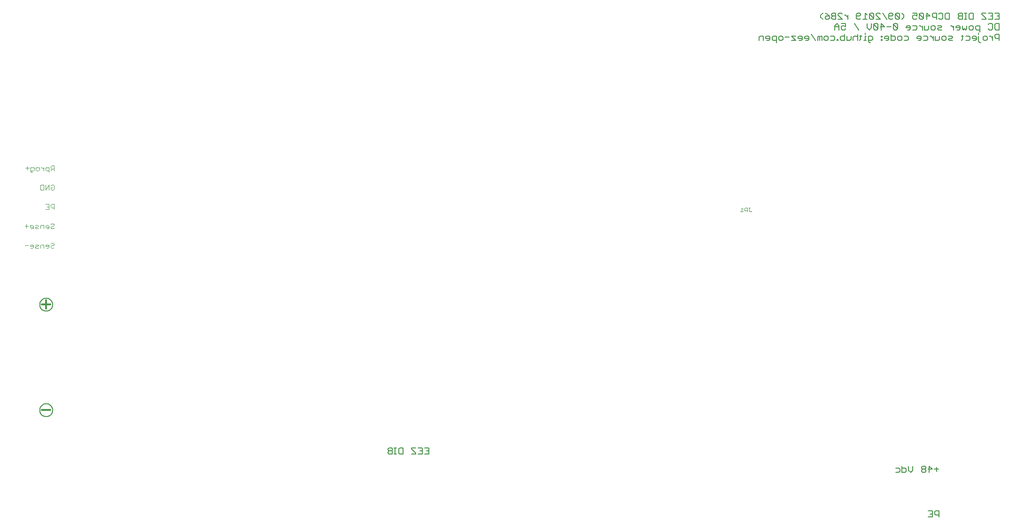
<source format=gbo>
G75*
%MOIN*%
%OFA0B0*%
%FSLAX25Y25*%
%IPPOS*%
%LPD*%
%AMOC8*
5,1,8,0,0,1.08239X$1,22.5*
%
%ADD10C,0.00500*%
%ADD11C,0.00400*%
%ADD12C,0.00800*%
%ADD13C,0.01200*%
%ADD14C,0.00300*%
D10*
X0365252Y0131113D02*
X0366002Y0130362D01*
X0368254Y0130362D01*
X0368254Y0134866D01*
X0366002Y0134866D01*
X0365252Y0134115D01*
X0365252Y0133365D01*
X0366002Y0132614D01*
X0368254Y0132614D01*
X0366002Y0132614D02*
X0365252Y0131863D01*
X0365252Y0131113D01*
X0369822Y0130362D02*
X0371324Y0130362D01*
X0370573Y0130362D02*
X0370573Y0134866D01*
X0371324Y0134866D02*
X0369822Y0134866D01*
X0372925Y0134115D02*
X0373676Y0134866D01*
X0375927Y0134866D01*
X0375927Y0130362D01*
X0373676Y0130362D01*
X0372925Y0131113D01*
X0372925Y0134115D01*
X0382133Y0134115D02*
X0385135Y0131113D01*
X0385135Y0130362D01*
X0382133Y0130362D01*
X0382133Y0134115D02*
X0382133Y0134866D01*
X0385135Y0134866D01*
X0386737Y0134866D02*
X0389739Y0134866D01*
X0389739Y0130362D01*
X0386737Y0130362D01*
X0388238Y0132614D02*
X0389739Y0132614D01*
X0391341Y0130362D02*
X0394343Y0130362D01*
X0394343Y0134866D01*
X0391341Y0134866D01*
X0392842Y0132614D02*
X0394343Y0132614D01*
X0725601Y0120349D02*
X0727853Y0120349D01*
X0728603Y0119598D01*
X0728603Y0118097D01*
X0727853Y0117346D01*
X0725601Y0117346D01*
X0730205Y0117346D02*
X0730205Y0121850D01*
X0730205Y0120349D02*
X0732457Y0120349D01*
X0733207Y0119598D01*
X0733207Y0118097D01*
X0732457Y0117346D01*
X0730205Y0117346D01*
X0734809Y0118848D02*
X0734809Y0121850D01*
X0734809Y0118848D02*
X0736310Y0117346D01*
X0737811Y0118848D01*
X0737811Y0121850D01*
X0744017Y0121100D02*
X0744767Y0121850D01*
X0746269Y0121850D01*
X0747019Y0121100D01*
X0747019Y0120349D01*
X0746269Y0119598D01*
X0744767Y0119598D01*
X0744017Y0118848D01*
X0744017Y0118097D01*
X0744767Y0117346D01*
X0746269Y0117346D01*
X0747019Y0118097D01*
X0747019Y0118848D01*
X0746269Y0119598D01*
X0744767Y0119598D02*
X0744017Y0120349D01*
X0744017Y0121100D01*
X0748621Y0119598D02*
X0751623Y0119598D01*
X0749371Y0121850D01*
X0749371Y0117346D01*
X0753224Y0119598D02*
X0756227Y0119598D01*
X0754726Y0118097D02*
X0754726Y0121100D01*
X0754091Y0090116D02*
X0753341Y0089365D01*
X0753341Y0087864D01*
X0754091Y0087113D01*
X0756343Y0087113D01*
X0756343Y0085612D02*
X0756343Y0090116D01*
X0754091Y0090116D01*
X0751739Y0090116D02*
X0751739Y0085612D01*
X0748737Y0085612D01*
X0750238Y0087864D02*
X0751739Y0087864D01*
X0751739Y0090116D02*
X0748737Y0090116D01*
X0785298Y0422861D02*
X0784547Y0423612D01*
X0784547Y0427365D01*
X0784547Y0428866D02*
X0784547Y0429617D01*
X0785281Y0430361D02*
X0785281Y0434865D01*
X0783029Y0434865D01*
X0782279Y0434114D01*
X0782279Y0432613D01*
X0783029Y0431862D01*
X0785281Y0431862D01*
X0780677Y0432613D02*
X0779927Y0431862D01*
X0778426Y0431862D01*
X0777675Y0432613D01*
X0777675Y0434114D01*
X0778426Y0434865D01*
X0779927Y0434865D01*
X0780677Y0434114D01*
X0780677Y0432613D01*
X0776074Y0432613D02*
X0776074Y0434865D01*
X0776074Y0432613D02*
X0775323Y0431862D01*
X0774572Y0432613D01*
X0773822Y0431862D01*
X0773071Y0432613D01*
X0773071Y0434865D01*
X0771470Y0434114D02*
X0770719Y0434865D01*
X0769218Y0434865D01*
X0768467Y0434114D01*
X0768467Y0433363D01*
X0771470Y0433363D01*
X0771470Y0432613D02*
X0771470Y0434114D01*
X0771470Y0432613D02*
X0770719Y0431862D01*
X0769218Y0431862D01*
X0766866Y0431862D02*
X0766866Y0434865D01*
X0766866Y0433363D02*
X0765364Y0434865D01*
X0764614Y0434865D01*
X0763796Y0439362D02*
X0761545Y0439362D01*
X0760794Y0440113D01*
X0760794Y0443115D01*
X0761545Y0443866D01*
X0763796Y0443866D01*
X0763796Y0439362D01*
X0759192Y0440113D02*
X0759192Y0443115D01*
X0758442Y0443866D01*
X0756941Y0443866D01*
X0756190Y0443115D01*
X0754589Y0443866D02*
X0752337Y0443866D01*
X0751586Y0443115D01*
X0751586Y0441614D01*
X0752337Y0440863D01*
X0754589Y0440863D01*
X0754589Y0439362D02*
X0754589Y0443866D01*
X0756190Y0440113D02*
X0756941Y0439362D01*
X0758442Y0439362D01*
X0759192Y0440113D01*
X0757675Y0434865D02*
X0755423Y0434865D01*
X0756173Y0433363D02*
X0757675Y0433363D01*
X0758425Y0434114D01*
X0757675Y0434865D01*
X0756173Y0433363D02*
X0755423Y0432613D01*
X0756173Y0431862D01*
X0758425Y0431862D01*
X0759243Y0427365D02*
X0760744Y0427365D01*
X0761494Y0426614D01*
X0761494Y0425113D01*
X0760744Y0424362D01*
X0759243Y0424362D01*
X0758492Y0425113D01*
X0758492Y0426614D01*
X0759243Y0427365D01*
X0756891Y0427365D02*
X0756891Y0425113D01*
X0756140Y0424362D01*
X0753888Y0424362D01*
X0753888Y0427365D01*
X0752287Y0427365D02*
X0752287Y0424362D01*
X0752287Y0425863D02*
X0750785Y0427365D01*
X0750035Y0427365D01*
X0748450Y0426614D02*
X0748450Y0425113D01*
X0747699Y0424362D01*
X0745447Y0424362D01*
X0743846Y0425113D02*
X0743846Y0426614D01*
X0743095Y0427365D01*
X0741594Y0427365D01*
X0740844Y0426614D01*
X0740844Y0425863D01*
X0743846Y0425863D01*
X0743846Y0425113D02*
X0743095Y0424362D01*
X0741594Y0424362D01*
X0745447Y0427365D02*
X0747699Y0427365D01*
X0748450Y0426614D01*
X0748467Y0431862D02*
X0746215Y0431862D01*
X0746215Y0434865D01*
X0744613Y0434865D02*
X0744613Y0431862D01*
X0744613Y0433363D02*
X0743112Y0434865D01*
X0742361Y0434865D01*
X0740777Y0434114D02*
X0740777Y0432613D01*
X0740026Y0431862D01*
X0737774Y0431862D01*
X0736173Y0432613D02*
X0736173Y0434114D01*
X0735422Y0434865D01*
X0733921Y0434865D01*
X0733170Y0434114D01*
X0733170Y0433363D01*
X0736173Y0433363D01*
X0736173Y0432613D02*
X0735422Y0431862D01*
X0733921Y0431862D01*
X0733888Y0427365D02*
X0734638Y0426614D01*
X0734638Y0425113D01*
X0733888Y0424362D01*
X0731636Y0424362D01*
X0730034Y0425113D02*
X0729284Y0424362D01*
X0727782Y0424362D01*
X0727032Y0425113D01*
X0727032Y0426614D01*
X0727782Y0427365D01*
X0729284Y0427365D01*
X0730034Y0426614D01*
X0730034Y0425113D01*
X0731636Y0427365D02*
X0733888Y0427365D01*
X0725430Y0426614D02*
X0724680Y0427365D01*
X0722428Y0427365D01*
X0722428Y0428866D02*
X0722428Y0424362D01*
X0724680Y0424362D01*
X0725430Y0425113D01*
X0725430Y0426614D01*
X0720826Y0426614D02*
X0720076Y0427365D01*
X0718575Y0427365D01*
X0717824Y0426614D01*
X0717824Y0425863D01*
X0720826Y0425863D01*
X0720826Y0425113D02*
X0720826Y0426614D01*
X0720826Y0425113D02*
X0720076Y0424362D01*
X0718575Y0424362D01*
X0716223Y0424362D02*
X0716223Y0425113D01*
X0715472Y0425113D01*
X0715472Y0424362D01*
X0716223Y0424362D01*
X0716223Y0426614D02*
X0716223Y0427365D01*
X0715472Y0427365D01*
X0715472Y0426614D01*
X0716223Y0426614D01*
X0715505Y0431862D02*
X0715505Y0436366D01*
X0717757Y0434114D01*
X0714755Y0434114D01*
X0713153Y0432613D02*
X0713153Y0435615D01*
X0712403Y0436366D01*
X0710901Y0436366D01*
X0710151Y0435615D01*
X0713153Y0432613D01*
X0712403Y0431862D01*
X0710901Y0431862D01*
X0710151Y0432613D01*
X0710151Y0435615D01*
X0708549Y0436366D02*
X0708549Y0433363D01*
X0707048Y0431862D01*
X0705547Y0433363D01*
X0705547Y0436366D01*
X0705480Y0439362D02*
X0702477Y0439362D01*
X0703979Y0439362D02*
X0703979Y0443866D01*
X0705480Y0442365D01*
X0707081Y0443115D02*
X0710084Y0440113D01*
X0709333Y0439362D01*
X0707832Y0439362D01*
X0707081Y0440113D01*
X0707081Y0443115D01*
X0707832Y0443866D01*
X0709333Y0443866D01*
X0710084Y0443115D01*
X0710084Y0440113D01*
X0711685Y0439362D02*
X0714688Y0439362D01*
X0711685Y0442365D01*
X0711685Y0443115D01*
X0712436Y0443866D01*
X0713937Y0443866D01*
X0714688Y0443115D01*
X0716289Y0443866D02*
X0719292Y0439362D01*
X0720893Y0440113D02*
X0720893Y0443115D01*
X0721644Y0443866D01*
X0723145Y0443866D01*
X0723896Y0443115D01*
X0723896Y0442365D01*
X0723145Y0441614D01*
X0720893Y0441614D01*
X0720893Y0440113D02*
X0721644Y0439362D01*
X0723145Y0439362D01*
X0723896Y0440113D01*
X0725497Y0440113D02*
X0726248Y0439362D01*
X0727749Y0439362D01*
X0728500Y0440113D01*
X0725497Y0443115D01*
X0725497Y0440113D01*
X0725497Y0443115D02*
X0726248Y0443866D01*
X0727749Y0443866D01*
X0728500Y0443115D01*
X0728500Y0440113D01*
X0730068Y0439362D02*
X0731569Y0440863D01*
X0731569Y0442365D01*
X0730068Y0443866D01*
X0737774Y0443866D02*
X0740777Y0443866D01*
X0740777Y0441614D01*
X0739276Y0442365D01*
X0738525Y0442365D01*
X0737774Y0441614D01*
X0737774Y0440113D01*
X0738525Y0439362D01*
X0740026Y0439362D01*
X0740777Y0440113D01*
X0742378Y0440113D02*
X0743129Y0439362D01*
X0744630Y0439362D01*
X0745381Y0440113D01*
X0742378Y0443115D01*
X0742378Y0440113D01*
X0742378Y0443115D02*
X0743129Y0443866D01*
X0744630Y0443866D01*
X0745381Y0443115D01*
X0745381Y0440113D01*
X0746982Y0441614D02*
X0749985Y0441614D01*
X0747733Y0443866D01*
X0747733Y0439362D01*
X0749217Y0434865D02*
X0749217Y0432613D01*
X0748467Y0431862D01*
X0750819Y0432613D02*
X0750819Y0434114D01*
X0751569Y0434865D01*
X0753071Y0434865D01*
X0753821Y0434114D01*
X0753821Y0432613D01*
X0753071Y0431862D01*
X0751569Y0431862D01*
X0750819Y0432613D01*
X0740777Y0434114D02*
X0740026Y0434865D01*
X0737774Y0434865D01*
X0726965Y0435615D02*
X0726965Y0432613D01*
X0723962Y0435615D01*
X0723962Y0432613D01*
X0724713Y0431862D01*
X0726214Y0431862D01*
X0726965Y0432613D01*
X0726965Y0435615D02*
X0726214Y0436366D01*
X0724713Y0436366D01*
X0723962Y0435615D01*
X0722361Y0434114D02*
X0719359Y0434114D01*
X0703962Y0429617D02*
X0703962Y0428866D01*
X0703962Y0427365D02*
X0703962Y0424362D01*
X0704713Y0424362D02*
X0703211Y0424362D01*
X0700893Y0425113D02*
X0700142Y0424362D01*
X0700893Y0425113D02*
X0700893Y0428115D01*
X0701643Y0427365D02*
X0700142Y0427365D01*
X0698574Y0426614D02*
X0697824Y0427365D01*
X0696322Y0427365D01*
X0695572Y0426614D01*
X0695572Y0424362D01*
X0693970Y0425113D02*
X0693220Y0424362D01*
X0690968Y0424362D01*
X0690968Y0427365D01*
X0689366Y0427365D02*
X0687114Y0427365D01*
X0686364Y0426614D01*
X0686364Y0425113D01*
X0687114Y0424362D01*
X0689366Y0424362D01*
X0689366Y0428866D01*
X0689383Y0431862D02*
X0690134Y0432613D01*
X0689383Y0431862D02*
X0687882Y0431862D01*
X0687131Y0432613D01*
X0687131Y0434114D01*
X0687882Y0434865D01*
X0688632Y0434865D01*
X0690134Y0434114D01*
X0690134Y0436366D01*
X0687131Y0436366D01*
X0685530Y0434865D02*
X0685530Y0431862D01*
X0685530Y0434114D02*
X0682527Y0434114D01*
X0682527Y0434865D02*
X0682527Y0431862D01*
X0682527Y0434865D02*
X0684028Y0436366D01*
X0685530Y0434865D01*
X0684829Y0439362D02*
X0687832Y0439362D01*
X0684829Y0442365D01*
X0684829Y0443115D01*
X0685580Y0443866D01*
X0687081Y0443866D01*
X0687832Y0443115D01*
X0689416Y0442365D02*
X0690167Y0442365D01*
X0691668Y0440863D01*
X0691668Y0439362D02*
X0691668Y0442365D01*
X0697874Y0443115D02*
X0698624Y0443866D01*
X0700125Y0443866D01*
X0700876Y0443115D01*
X0700876Y0442365D01*
X0700125Y0441614D01*
X0697874Y0441614D01*
X0697874Y0440113D02*
X0697874Y0443115D01*
X0697874Y0440113D02*
X0698624Y0439362D01*
X0700125Y0439362D01*
X0700876Y0440113D01*
X0696339Y0436366D02*
X0699341Y0431862D01*
X0698574Y0428866D02*
X0698574Y0424362D01*
X0693970Y0425113D02*
X0693970Y0427365D01*
X0684762Y0425113D02*
X0684012Y0425113D01*
X0684012Y0424362D01*
X0684762Y0424362D01*
X0684762Y0425113D01*
X0682460Y0425113D02*
X0681710Y0424362D01*
X0679458Y0424362D01*
X0677857Y0425113D02*
X0677106Y0424362D01*
X0675605Y0424362D01*
X0674854Y0425113D01*
X0674854Y0426614D01*
X0675605Y0427365D01*
X0677106Y0427365D01*
X0677857Y0426614D01*
X0677857Y0425113D01*
X0679458Y0427365D02*
X0681710Y0427365D01*
X0682460Y0426614D01*
X0682460Y0425113D01*
X0673253Y0424362D02*
X0673253Y0427365D01*
X0672502Y0427365D01*
X0671751Y0426614D01*
X0671001Y0427365D01*
X0670250Y0426614D01*
X0670250Y0424362D01*
X0671751Y0424362D02*
X0671751Y0426614D01*
X0668649Y0424362D02*
X0665646Y0428866D01*
X0664045Y0426614D02*
X0663294Y0427365D01*
X0661793Y0427365D01*
X0661042Y0426614D01*
X0661042Y0425863D01*
X0664045Y0425863D01*
X0664045Y0425113D02*
X0664045Y0426614D01*
X0664045Y0425113D02*
X0663294Y0424362D01*
X0661793Y0424362D01*
X0659441Y0425113D02*
X0659441Y0426614D01*
X0658690Y0427365D01*
X0657189Y0427365D01*
X0656438Y0426614D01*
X0656438Y0425863D01*
X0659441Y0425863D01*
X0659441Y0425113D02*
X0658690Y0424362D01*
X0657189Y0424362D01*
X0654837Y0424362D02*
X0651834Y0424362D01*
X0650233Y0426614D02*
X0647230Y0426614D01*
X0645629Y0426614D02*
X0645629Y0425113D01*
X0644878Y0424362D01*
X0643377Y0424362D01*
X0642626Y0425113D01*
X0642626Y0426614D01*
X0643377Y0427365D01*
X0644878Y0427365D01*
X0645629Y0426614D01*
X0641025Y0427365D02*
X0641025Y0422861D01*
X0641025Y0424362D02*
X0638773Y0424362D01*
X0638023Y0425113D01*
X0638023Y0426614D01*
X0638773Y0427365D01*
X0641025Y0427365D01*
X0636421Y0426614D02*
X0635671Y0427365D01*
X0634169Y0427365D01*
X0633419Y0426614D01*
X0633419Y0425863D01*
X0636421Y0425863D01*
X0636421Y0425113D02*
X0636421Y0426614D01*
X0636421Y0425113D02*
X0635671Y0424362D01*
X0634169Y0424362D01*
X0631817Y0424362D02*
X0631817Y0427365D01*
X0629565Y0427365D01*
X0628815Y0426614D01*
X0628815Y0424362D01*
X0651834Y0427365D02*
X0654837Y0424362D01*
X0654837Y0427365D02*
X0651834Y0427365D01*
X0672519Y0440863D02*
X0672519Y0442365D01*
X0674020Y0443866D01*
X0675621Y0443866D02*
X0677123Y0443115D01*
X0678624Y0441614D01*
X0676372Y0441614D01*
X0675621Y0440863D01*
X0675621Y0440113D01*
X0676372Y0439362D01*
X0677873Y0439362D01*
X0678624Y0440113D01*
X0678624Y0441614D01*
X0680225Y0440863D02*
X0680225Y0440113D01*
X0680976Y0439362D01*
X0683228Y0439362D01*
X0683228Y0443866D01*
X0680976Y0443866D01*
X0680225Y0443115D01*
X0680225Y0442365D01*
X0680976Y0441614D01*
X0683228Y0441614D01*
X0680976Y0441614D02*
X0680225Y0440863D01*
X0674020Y0439362D02*
X0672519Y0440863D01*
X0703962Y0427365D02*
X0704713Y0427365D01*
X0706314Y0427365D02*
X0708566Y0427365D01*
X0709317Y0426614D01*
X0709317Y0425113D01*
X0708566Y0424362D01*
X0706314Y0424362D01*
X0706314Y0423612D02*
X0706314Y0427365D01*
X0706314Y0423612D02*
X0707065Y0422861D01*
X0707815Y0422861D01*
X0763096Y0425113D02*
X0763846Y0425863D01*
X0765348Y0425863D01*
X0766098Y0426614D01*
X0765348Y0427365D01*
X0763096Y0427365D01*
X0763096Y0425113D02*
X0763846Y0424362D01*
X0766098Y0424362D01*
X0772270Y0424362D02*
X0773021Y0425113D01*
X0773021Y0428115D01*
X0773772Y0427365D02*
X0772270Y0427365D01*
X0775373Y0427365D02*
X0777625Y0427365D01*
X0778376Y0426614D01*
X0778376Y0425113D01*
X0777625Y0424362D01*
X0775373Y0424362D01*
X0779977Y0425863D02*
X0782979Y0425863D01*
X0782979Y0425113D02*
X0782979Y0426614D01*
X0782229Y0427365D01*
X0780728Y0427365D01*
X0779977Y0426614D01*
X0779977Y0425863D01*
X0780728Y0424362D02*
X0782229Y0424362D01*
X0782979Y0425113D01*
X0785298Y0422861D02*
X0786049Y0422861D01*
X0787650Y0425113D02*
X0787650Y0426614D01*
X0788401Y0427365D01*
X0789902Y0427365D01*
X0790653Y0426614D01*
X0790653Y0425113D01*
X0789902Y0424362D01*
X0788401Y0424362D01*
X0787650Y0425113D01*
X0792237Y0427365D02*
X0792988Y0427365D01*
X0794489Y0425863D01*
X0794489Y0424362D02*
X0794489Y0427365D01*
X0796091Y0428115D02*
X0796841Y0428866D01*
X0799093Y0428866D01*
X0799093Y0424362D01*
X0799093Y0425863D02*
X0796841Y0425863D01*
X0796091Y0426614D01*
X0796091Y0428115D01*
X0796841Y0431862D02*
X0796091Y0432613D01*
X0796091Y0435615D01*
X0796841Y0436366D01*
X0799093Y0436366D01*
X0799093Y0431862D01*
X0796841Y0431862D01*
X0794489Y0432613D02*
X0794489Y0435615D01*
X0793739Y0436366D01*
X0792237Y0436366D01*
X0791487Y0435615D01*
X0791487Y0432613D02*
X0792237Y0431862D01*
X0793739Y0431862D01*
X0794489Y0432613D01*
X0794489Y0439362D02*
X0791487Y0439362D01*
X0789885Y0439362D02*
X0786883Y0439362D01*
X0789885Y0439362D02*
X0789885Y0440113D01*
X0786883Y0443115D01*
X0786883Y0443866D01*
X0789885Y0443866D01*
X0791487Y0443866D02*
X0794489Y0443866D01*
X0794489Y0439362D01*
X0796091Y0439362D02*
X0799093Y0439362D01*
X0799093Y0443866D01*
X0796091Y0443866D01*
X0797592Y0441614D02*
X0799093Y0441614D01*
X0794489Y0441614D02*
X0792988Y0441614D01*
X0780677Y0443866D02*
X0780677Y0439362D01*
X0778426Y0439362D01*
X0777675Y0440113D01*
X0777675Y0443115D01*
X0778426Y0443866D01*
X0780677Y0443866D01*
X0776074Y0443866D02*
X0774572Y0443866D01*
X0775323Y0443866D02*
X0775323Y0439362D01*
X0776074Y0439362D02*
X0774572Y0439362D01*
X0773004Y0439362D02*
X0770752Y0439362D01*
X0770002Y0440113D01*
X0770002Y0440863D01*
X0770752Y0441614D01*
X0773004Y0441614D01*
X0770752Y0441614D02*
X0770002Y0442365D01*
X0770002Y0443115D01*
X0770752Y0443866D01*
X0773004Y0443866D01*
X0773004Y0439362D01*
D11*
X0128393Y0335415D02*
X0126592Y0335415D01*
X0125991Y0334815D01*
X0125991Y0333614D01*
X0126592Y0333013D01*
X0128393Y0333013D01*
X0128393Y0331812D02*
X0128393Y0335415D01*
X0127192Y0333013D02*
X0125991Y0331812D01*
X0124710Y0331812D02*
X0122908Y0331812D01*
X0122308Y0332413D01*
X0122308Y0333614D01*
X0122908Y0334214D01*
X0124710Y0334214D01*
X0124710Y0330611D01*
X0121027Y0331812D02*
X0121027Y0334214D01*
X0121027Y0333013D02*
X0119826Y0334214D01*
X0119225Y0334214D01*
X0117958Y0333614D02*
X0117958Y0332413D01*
X0117357Y0331812D01*
X0116156Y0331812D01*
X0115556Y0332413D01*
X0115556Y0333614D01*
X0116156Y0334214D01*
X0117357Y0334214D01*
X0117958Y0333614D01*
X0114274Y0333614D02*
X0114274Y0332413D01*
X0113674Y0331812D01*
X0111872Y0331812D01*
X0111872Y0331212D02*
X0111872Y0334214D01*
X0113674Y0334214D01*
X0114274Y0333614D01*
X0113073Y0330611D02*
X0112473Y0330611D01*
X0111872Y0331212D01*
X0110591Y0333614D02*
X0108189Y0333614D01*
X0109390Y0334815D02*
X0109390Y0332413D01*
X0119225Y0321665D02*
X0121027Y0321665D01*
X0121027Y0318062D01*
X0119225Y0318062D01*
X0118625Y0318663D01*
X0118625Y0321065D01*
X0119225Y0321665D01*
X0122308Y0321665D02*
X0122308Y0318062D01*
X0124710Y0321665D01*
X0124710Y0318062D01*
X0125991Y0318663D02*
X0125991Y0319864D01*
X0127192Y0319864D01*
X0125991Y0321065D02*
X0126592Y0321665D01*
X0127793Y0321665D01*
X0128393Y0321065D01*
X0128393Y0318663D01*
X0127793Y0318062D01*
X0126592Y0318062D01*
X0125991Y0318663D01*
X0126592Y0307915D02*
X0125991Y0307315D01*
X0125991Y0306114D01*
X0126592Y0305513D01*
X0128393Y0305513D01*
X0128393Y0304312D02*
X0128393Y0307915D01*
X0126592Y0307915D01*
X0124710Y0307915D02*
X0124710Y0304312D01*
X0122308Y0304312D01*
X0123509Y0306114D02*
X0124710Y0306114D01*
X0124710Y0307915D02*
X0122308Y0307915D01*
X0126592Y0294165D02*
X0127793Y0294165D01*
X0128393Y0293565D01*
X0128393Y0292964D01*
X0127793Y0292364D01*
X0126592Y0292364D01*
X0125991Y0291763D01*
X0125991Y0291163D01*
X0126592Y0290562D01*
X0127793Y0290562D01*
X0128393Y0291163D01*
X0125991Y0293565D02*
X0126592Y0294165D01*
X0124710Y0292364D02*
X0124710Y0291163D01*
X0124110Y0290562D01*
X0122908Y0290562D01*
X0122308Y0291763D02*
X0124710Y0291763D01*
X0124710Y0292364D02*
X0124110Y0292964D01*
X0122908Y0292964D01*
X0122308Y0292364D01*
X0122308Y0291763D01*
X0121027Y0290562D02*
X0121027Y0292964D01*
X0119225Y0292964D01*
X0118625Y0292364D01*
X0118625Y0290562D01*
X0117344Y0290562D02*
X0115542Y0290562D01*
X0114942Y0291163D01*
X0115542Y0291763D01*
X0116743Y0291763D01*
X0117344Y0292364D01*
X0116743Y0292964D01*
X0114942Y0292964D01*
X0113661Y0292364D02*
X0113060Y0292964D01*
X0111859Y0292964D01*
X0111259Y0292364D01*
X0111259Y0291763D01*
X0113661Y0291763D01*
X0113661Y0291163D02*
X0113661Y0292364D01*
X0113661Y0291163D02*
X0113060Y0290562D01*
X0111859Y0290562D01*
X0109977Y0292364D02*
X0107575Y0292364D01*
X0108776Y0293565D02*
X0108776Y0291163D01*
X0111859Y0279214D02*
X0111259Y0278614D01*
X0111259Y0278013D01*
X0113661Y0278013D01*
X0113661Y0277413D02*
X0113661Y0278614D01*
X0113060Y0279214D01*
X0111859Y0279214D01*
X0109977Y0278614D02*
X0107575Y0278614D01*
X0111859Y0276812D02*
X0113060Y0276812D01*
X0113661Y0277413D01*
X0114942Y0277413D02*
X0115542Y0278013D01*
X0116743Y0278013D01*
X0117344Y0278614D01*
X0116743Y0279214D01*
X0114942Y0279214D01*
X0114942Y0277413D02*
X0115542Y0276812D01*
X0117344Y0276812D01*
X0118625Y0276812D02*
X0118625Y0278614D01*
X0119225Y0279214D01*
X0121027Y0279214D01*
X0121027Y0276812D01*
X0122308Y0278013D02*
X0124710Y0278013D01*
X0124710Y0277413D02*
X0124710Y0278614D01*
X0124110Y0279214D01*
X0122908Y0279214D01*
X0122308Y0278614D01*
X0122308Y0278013D01*
X0122908Y0276812D02*
X0124110Y0276812D01*
X0124710Y0277413D01*
X0125991Y0277413D02*
X0126592Y0276812D01*
X0127793Y0276812D01*
X0128393Y0277413D01*
X0127793Y0278614D02*
X0126592Y0278614D01*
X0125991Y0278013D01*
X0125991Y0277413D01*
X0127793Y0278614D02*
X0128393Y0279214D01*
X0128393Y0279815D01*
X0127793Y0280415D01*
X0126592Y0280415D01*
X0125991Y0279815D01*
D12*
X0118243Y0236612D02*
X0118245Y0236747D01*
X0118251Y0236882D01*
X0118261Y0237017D01*
X0118275Y0237151D01*
X0118292Y0237285D01*
X0118314Y0237418D01*
X0118340Y0237551D01*
X0118369Y0237683D01*
X0118403Y0237813D01*
X0118440Y0237943D01*
X0118481Y0238072D01*
X0118526Y0238199D01*
X0118574Y0238325D01*
X0118626Y0238450D01*
X0118682Y0238573D01*
X0118741Y0238694D01*
X0118804Y0238814D01*
X0118871Y0238931D01*
X0118940Y0239047D01*
X0119014Y0239161D01*
X0119090Y0239272D01*
X0119170Y0239381D01*
X0119253Y0239488D01*
X0119339Y0239592D01*
X0119428Y0239693D01*
X0119519Y0239792D01*
X0119614Y0239888D01*
X0119712Y0239982D01*
X0119812Y0240072D01*
X0119915Y0240160D01*
X0120020Y0240244D01*
X0120128Y0240326D01*
X0120238Y0240404D01*
X0120351Y0240478D01*
X0120465Y0240550D01*
X0120582Y0240618D01*
X0120701Y0240683D01*
X0120821Y0240744D01*
X0120943Y0240801D01*
X0121067Y0240855D01*
X0121192Y0240906D01*
X0121319Y0240952D01*
X0121447Y0240995D01*
X0121577Y0241034D01*
X0121707Y0241069D01*
X0121838Y0241101D01*
X0121970Y0241128D01*
X0122103Y0241152D01*
X0122237Y0241172D01*
X0122371Y0241188D01*
X0122506Y0241200D01*
X0122640Y0241208D01*
X0122775Y0241212D01*
X0122911Y0241212D01*
X0123046Y0241208D01*
X0123180Y0241200D01*
X0123315Y0241188D01*
X0123449Y0241172D01*
X0123583Y0241152D01*
X0123716Y0241128D01*
X0123848Y0241101D01*
X0123979Y0241069D01*
X0124109Y0241034D01*
X0124239Y0240995D01*
X0124367Y0240952D01*
X0124494Y0240906D01*
X0124619Y0240855D01*
X0124743Y0240801D01*
X0124865Y0240744D01*
X0124985Y0240683D01*
X0125104Y0240618D01*
X0125221Y0240550D01*
X0125335Y0240478D01*
X0125448Y0240404D01*
X0125558Y0240326D01*
X0125666Y0240244D01*
X0125771Y0240160D01*
X0125874Y0240072D01*
X0125974Y0239982D01*
X0126072Y0239888D01*
X0126167Y0239792D01*
X0126258Y0239693D01*
X0126347Y0239592D01*
X0126433Y0239488D01*
X0126516Y0239381D01*
X0126596Y0239272D01*
X0126672Y0239161D01*
X0126746Y0239047D01*
X0126815Y0238931D01*
X0126882Y0238814D01*
X0126945Y0238694D01*
X0127004Y0238573D01*
X0127060Y0238450D01*
X0127112Y0238325D01*
X0127160Y0238199D01*
X0127205Y0238072D01*
X0127246Y0237943D01*
X0127283Y0237813D01*
X0127317Y0237683D01*
X0127346Y0237551D01*
X0127372Y0237418D01*
X0127394Y0237285D01*
X0127411Y0237151D01*
X0127425Y0237017D01*
X0127435Y0236882D01*
X0127441Y0236747D01*
X0127443Y0236612D01*
X0127441Y0236477D01*
X0127435Y0236342D01*
X0127425Y0236207D01*
X0127411Y0236073D01*
X0127394Y0235939D01*
X0127372Y0235806D01*
X0127346Y0235673D01*
X0127317Y0235541D01*
X0127283Y0235411D01*
X0127246Y0235281D01*
X0127205Y0235152D01*
X0127160Y0235025D01*
X0127112Y0234899D01*
X0127060Y0234774D01*
X0127004Y0234651D01*
X0126945Y0234530D01*
X0126882Y0234410D01*
X0126815Y0234293D01*
X0126746Y0234177D01*
X0126672Y0234063D01*
X0126596Y0233952D01*
X0126516Y0233843D01*
X0126433Y0233736D01*
X0126347Y0233632D01*
X0126258Y0233531D01*
X0126167Y0233432D01*
X0126072Y0233336D01*
X0125974Y0233242D01*
X0125874Y0233152D01*
X0125771Y0233064D01*
X0125666Y0232980D01*
X0125558Y0232898D01*
X0125448Y0232820D01*
X0125335Y0232746D01*
X0125221Y0232674D01*
X0125104Y0232606D01*
X0124985Y0232541D01*
X0124865Y0232480D01*
X0124743Y0232423D01*
X0124619Y0232369D01*
X0124494Y0232318D01*
X0124367Y0232272D01*
X0124239Y0232229D01*
X0124109Y0232190D01*
X0123979Y0232155D01*
X0123848Y0232123D01*
X0123716Y0232096D01*
X0123583Y0232072D01*
X0123449Y0232052D01*
X0123315Y0232036D01*
X0123180Y0232024D01*
X0123046Y0232016D01*
X0122911Y0232012D01*
X0122775Y0232012D01*
X0122640Y0232016D01*
X0122506Y0232024D01*
X0122371Y0232036D01*
X0122237Y0232052D01*
X0122103Y0232072D01*
X0121970Y0232096D01*
X0121838Y0232123D01*
X0121707Y0232155D01*
X0121577Y0232190D01*
X0121447Y0232229D01*
X0121319Y0232272D01*
X0121192Y0232318D01*
X0121067Y0232369D01*
X0120943Y0232423D01*
X0120821Y0232480D01*
X0120701Y0232541D01*
X0120582Y0232606D01*
X0120465Y0232674D01*
X0120351Y0232746D01*
X0120238Y0232820D01*
X0120128Y0232898D01*
X0120020Y0232980D01*
X0119915Y0233064D01*
X0119812Y0233152D01*
X0119712Y0233242D01*
X0119614Y0233336D01*
X0119519Y0233432D01*
X0119428Y0233531D01*
X0119339Y0233632D01*
X0119253Y0233736D01*
X0119170Y0233843D01*
X0119090Y0233952D01*
X0119014Y0234063D01*
X0118940Y0234177D01*
X0118871Y0234293D01*
X0118804Y0234410D01*
X0118741Y0234530D01*
X0118682Y0234651D01*
X0118626Y0234774D01*
X0118574Y0234899D01*
X0118526Y0235025D01*
X0118481Y0235152D01*
X0118440Y0235281D01*
X0118403Y0235411D01*
X0118369Y0235541D01*
X0118340Y0235673D01*
X0118314Y0235806D01*
X0118292Y0235939D01*
X0118275Y0236073D01*
X0118261Y0236207D01*
X0118251Y0236342D01*
X0118245Y0236477D01*
X0118243Y0236612D01*
X0118243Y0161612D02*
X0118245Y0161747D01*
X0118251Y0161882D01*
X0118261Y0162017D01*
X0118275Y0162151D01*
X0118292Y0162285D01*
X0118314Y0162418D01*
X0118340Y0162551D01*
X0118369Y0162683D01*
X0118403Y0162813D01*
X0118440Y0162943D01*
X0118481Y0163072D01*
X0118526Y0163199D01*
X0118574Y0163325D01*
X0118626Y0163450D01*
X0118682Y0163573D01*
X0118741Y0163694D01*
X0118804Y0163814D01*
X0118871Y0163931D01*
X0118940Y0164047D01*
X0119014Y0164161D01*
X0119090Y0164272D01*
X0119170Y0164381D01*
X0119253Y0164488D01*
X0119339Y0164592D01*
X0119428Y0164693D01*
X0119519Y0164792D01*
X0119614Y0164888D01*
X0119712Y0164982D01*
X0119812Y0165072D01*
X0119915Y0165160D01*
X0120020Y0165244D01*
X0120128Y0165326D01*
X0120238Y0165404D01*
X0120351Y0165478D01*
X0120465Y0165550D01*
X0120582Y0165618D01*
X0120701Y0165683D01*
X0120821Y0165744D01*
X0120943Y0165801D01*
X0121067Y0165855D01*
X0121192Y0165906D01*
X0121319Y0165952D01*
X0121447Y0165995D01*
X0121577Y0166034D01*
X0121707Y0166069D01*
X0121838Y0166101D01*
X0121970Y0166128D01*
X0122103Y0166152D01*
X0122237Y0166172D01*
X0122371Y0166188D01*
X0122506Y0166200D01*
X0122640Y0166208D01*
X0122775Y0166212D01*
X0122911Y0166212D01*
X0123046Y0166208D01*
X0123180Y0166200D01*
X0123315Y0166188D01*
X0123449Y0166172D01*
X0123583Y0166152D01*
X0123716Y0166128D01*
X0123848Y0166101D01*
X0123979Y0166069D01*
X0124109Y0166034D01*
X0124239Y0165995D01*
X0124367Y0165952D01*
X0124494Y0165906D01*
X0124619Y0165855D01*
X0124743Y0165801D01*
X0124865Y0165744D01*
X0124985Y0165683D01*
X0125104Y0165618D01*
X0125221Y0165550D01*
X0125335Y0165478D01*
X0125448Y0165404D01*
X0125558Y0165326D01*
X0125666Y0165244D01*
X0125771Y0165160D01*
X0125874Y0165072D01*
X0125974Y0164982D01*
X0126072Y0164888D01*
X0126167Y0164792D01*
X0126258Y0164693D01*
X0126347Y0164592D01*
X0126433Y0164488D01*
X0126516Y0164381D01*
X0126596Y0164272D01*
X0126672Y0164161D01*
X0126746Y0164047D01*
X0126815Y0163931D01*
X0126882Y0163814D01*
X0126945Y0163694D01*
X0127004Y0163573D01*
X0127060Y0163450D01*
X0127112Y0163325D01*
X0127160Y0163199D01*
X0127205Y0163072D01*
X0127246Y0162943D01*
X0127283Y0162813D01*
X0127317Y0162683D01*
X0127346Y0162551D01*
X0127372Y0162418D01*
X0127394Y0162285D01*
X0127411Y0162151D01*
X0127425Y0162017D01*
X0127435Y0161882D01*
X0127441Y0161747D01*
X0127443Y0161612D01*
X0127441Y0161477D01*
X0127435Y0161342D01*
X0127425Y0161207D01*
X0127411Y0161073D01*
X0127394Y0160939D01*
X0127372Y0160806D01*
X0127346Y0160673D01*
X0127317Y0160541D01*
X0127283Y0160411D01*
X0127246Y0160281D01*
X0127205Y0160152D01*
X0127160Y0160025D01*
X0127112Y0159899D01*
X0127060Y0159774D01*
X0127004Y0159651D01*
X0126945Y0159530D01*
X0126882Y0159410D01*
X0126815Y0159293D01*
X0126746Y0159177D01*
X0126672Y0159063D01*
X0126596Y0158952D01*
X0126516Y0158843D01*
X0126433Y0158736D01*
X0126347Y0158632D01*
X0126258Y0158531D01*
X0126167Y0158432D01*
X0126072Y0158336D01*
X0125974Y0158242D01*
X0125874Y0158152D01*
X0125771Y0158064D01*
X0125666Y0157980D01*
X0125558Y0157898D01*
X0125448Y0157820D01*
X0125335Y0157746D01*
X0125221Y0157674D01*
X0125104Y0157606D01*
X0124985Y0157541D01*
X0124865Y0157480D01*
X0124743Y0157423D01*
X0124619Y0157369D01*
X0124494Y0157318D01*
X0124367Y0157272D01*
X0124239Y0157229D01*
X0124109Y0157190D01*
X0123979Y0157155D01*
X0123848Y0157123D01*
X0123716Y0157096D01*
X0123583Y0157072D01*
X0123449Y0157052D01*
X0123315Y0157036D01*
X0123180Y0157024D01*
X0123046Y0157016D01*
X0122911Y0157012D01*
X0122775Y0157012D01*
X0122640Y0157016D01*
X0122506Y0157024D01*
X0122371Y0157036D01*
X0122237Y0157052D01*
X0122103Y0157072D01*
X0121970Y0157096D01*
X0121838Y0157123D01*
X0121707Y0157155D01*
X0121577Y0157190D01*
X0121447Y0157229D01*
X0121319Y0157272D01*
X0121192Y0157318D01*
X0121067Y0157369D01*
X0120943Y0157423D01*
X0120821Y0157480D01*
X0120701Y0157541D01*
X0120582Y0157606D01*
X0120465Y0157674D01*
X0120351Y0157746D01*
X0120238Y0157820D01*
X0120128Y0157898D01*
X0120020Y0157980D01*
X0119915Y0158064D01*
X0119812Y0158152D01*
X0119712Y0158242D01*
X0119614Y0158336D01*
X0119519Y0158432D01*
X0119428Y0158531D01*
X0119339Y0158632D01*
X0119253Y0158736D01*
X0119170Y0158843D01*
X0119090Y0158952D01*
X0119014Y0159063D01*
X0118940Y0159177D01*
X0118871Y0159293D01*
X0118804Y0159410D01*
X0118741Y0159530D01*
X0118682Y0159651D01*
X0118626Y0159774D01*
X0118574Y0159899D01*
X0118526Y0160025D01*
X0118481Y0160152D01*
X0118440Y0160281D01*
X0118403Y0160411D01*
X0118369Y0160541D01*
X0118340Y0160673D01*
X0118314Y0160806D01*
X0118292Y0160939D01*
X0118275Y0161073D01*
X0118261Y0161207D01*
X0118251Y0161342D01*
X0118245Y0161477D01*
X0118243Y0161612D01*
D13*
X0119843Y0161612D02*
X0125843Y0161612D01*
X0122843Y0233612D02*
X0122843Y0239612D01*
X0119843Y0236612D02*
X0125843Y0236612D01*
D14*
X0615455Y0302562D02*
X0617390Y0302562D01*
X0616422Y0302562D02*
X0616422Y0305465D01*
X0617390Y0304497D01*
X0618401Y0304013D02*
X0618885Y0303530D01*
X0620336Y0303530D01*
X0620336Y0302562D02*
X0620336Y0305465D01*
X0618885Y0305465D01*
X0618401Y0304981D01*
X0618401Y0304013D01*
X0621348Y0305465D02*
X0622315Y0305465D01*
X0621831Y0305465D02*
X0621831Y0303046D01*
X0622315Y0302562D01*
X0622799Y0302562D01*
X0623283Y0303046D01*
M02*

</source>
